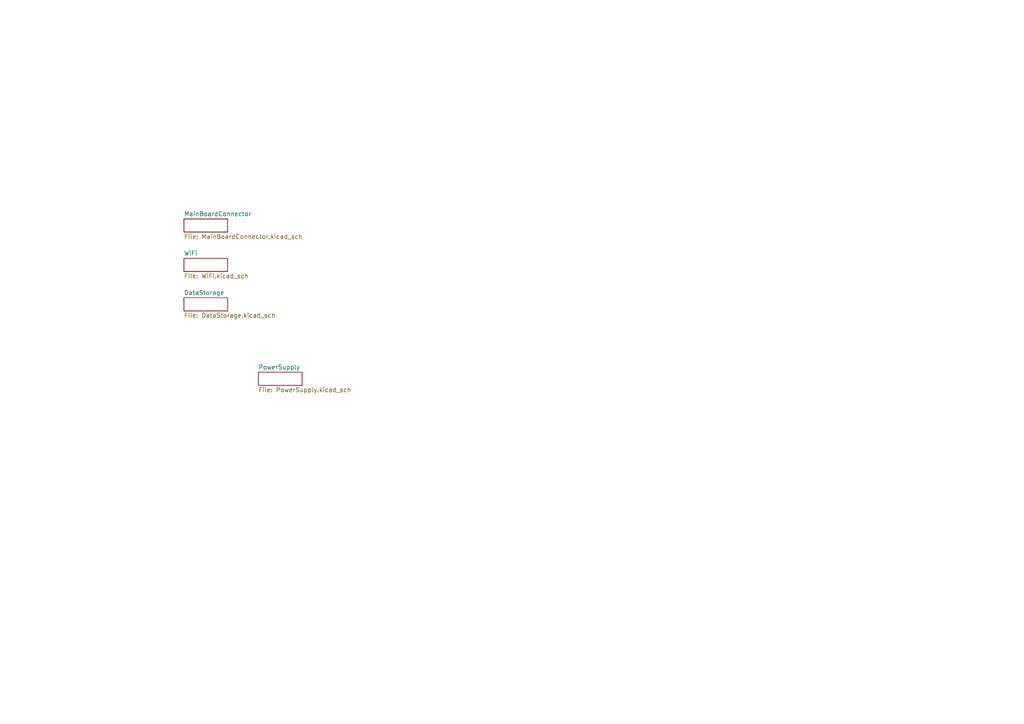
<source format=kicad_sch>
(kicad_sch
	(version 20250114)
	(generator "eeschema")
	(generator_version "9.0")
	(uuid "2dac91f6-5de1-492e-9a04-36ab71ef854f")
	(paper "A4")
	(lib_symbols)
	(sheet
		(at 53.34 74.93)
		(size 12.7 3.81)
		(exclude_from_sim no)
		(in_bom yes)
		(on_board yes)
		(dnp no)
		(fields_autoplaced yes)
		(stroke
			(width 0.1524)
			(type solid)
		)
		(fill
			(color 0 0 0 0.0000)
		)
		(uuid "2b79897d-52c9-4d84-bbd4-b2d45af99ada")
		(property "Sheetname" "WiFi"
			(at 53.34 74.2184 0)
			(effects
				(font
					(size 1.27 1.27)
				)
				(justify left bottom)
			)
		)
		(property "Sheetfile" "WiFi.kicad_sch"
			(at 53.34 79.3246 0)
			(effects
				(font
					(size 1.27 1.27)
				)
				(justify left top)
			)
		)
		(instances
			(project "ProcessingAndStorage"
				(path "/2dac91f6-5de1-492e-9a04-36ab71ef854f"
					(page "6")
				)
			)
		)
	)
	(sheet
		(at 53.34 63.5)
		(size 12.7 3.81)
		(exclude_from_sim no)
		(in_bom yes)
		(on_board yes)
		(dnp no)
		(fields_autoplaced yes)
		(stroke
			(width 0.1524)
			(type solid)
		)
		(fill
			(color 0 0 0 0.0000)
		)
		(uuid "425124f7-0d85-436e-b9bf-10ba2c96dbc7")
		(property "Sheetname" "MainBoardConnector"
			(at 53.34 62.7884 0)
			(effects
				(font
					(size 1.27 1.27)
				)
				(justify left bottom)
			)
		)
		(property "Sheetfile" "MainBoardConnector.kicad_sch"
			(at 53.34 67.8946 0)
			(effects
				(font
					(size 1.27 1.27)
				)
				(justify left top)
			)
		)
		(instances
			(project "ProcessingAndStorage"
				(path "/2dac91f6-5de1-492e-9a04-36ab71ef854f"
					(page "5")
				)
			)
		)
	)
	(sheet
		(at 74.93 107.95)
		(size 12.7 3.81)
		(exclude_from_sim no)
		(in_bom yes)
		(on_board yes)
		(dnp no)
		(fields_autoplaced yes)
		(stroke
			(width 0.1524)
			(type solid)
		)
		(fill
			(color 0 0 0 0.0000)
		)
		(uuid "c0ade90a-d447-456b-975c-76e822529942")
		(property "Sheetname" "PowerSupply"
			(at 74.93 107.2384 0)
			(effects
				(font
					(size 1.27 1.27)
				)
				(justify left bottom)
			)
		)
		(property "Sheetfile" "PowerSupply.kicad_sch"
			(at 74.93 112.3446 0)
			(effects
				(font
					(size 1.27 1.27)
				)
				(justify left top)
			)
		)
		(instances
			(project "ProcessingAndStorage"
				(path "/2dac91f6-5de1-492e-9a04-36ab71ef854f"
					(page "5")
				)
			)
		)
	)
	(sheet
		(at 53.34 86.36)
		(size 12.7 3.81)
		(exclude_from_sim no)
		(in_bom yes)
		(on_board yes)
		(dnp no)
		(fields_autoplaced yes)
		(stroke
			(width 0.1524)
			(type solid)
		)
		(fill
			(color 0 0 0 0.0000)
		)
		(uuid "c9452f86-226d-4605-84ad-9a9774faea3a")
		(property "Sheetname" "DataStorage"
			(at 53.34 85.6484 0)
			(effects
				(font
					(size 1.27 1.27)
				)
				(justify left bottom)
			)
		)
		(property "Sheetfile" "DataStorage.kicad_sch"
			(at 53.34 90.7546 0)
			(effects
				(font
					(size 1.27 1.27)
				)
				(justify left top)
			)
		)
		(instances
			(project "ProcessingAndStorage"
				(path "/2dac91f6-5de1-492e-9a04-36ab71ef854f"
					(page "7")
				)
			)
		)
	)
	(sheet_instances
		(path "/"
			(page "1")
		)
	)
	(embedded_fonts no)
)

</source>
